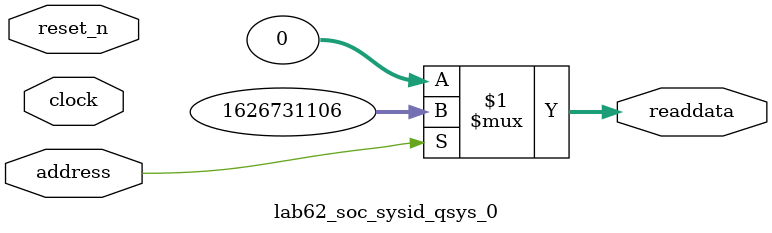
<source format=v>



// synthesis translate_off
`timescale 1ns / 1ps
// synthesis translate_on

// turn off superfluous verilog processor warnings 
// altera message_level Level1 
// altera message_off 10034 10035 10036 10037 10230 10240 10030 

module lab62_soc_sysid_qsys_0 (
               // inputs:
                address,
                clock,
                reset_n,

               // outputs:
                readdata
             )
;

  output  [ 31: 0] readdata;
  input            address;
  input            clock;
  input            reset_n;

  wire    [ 31: 0] readdata;
  //control_slave, which is an e_avalon_slave
  assign readdata = address ? 1626731106 : 0;

endmodule



</source>
